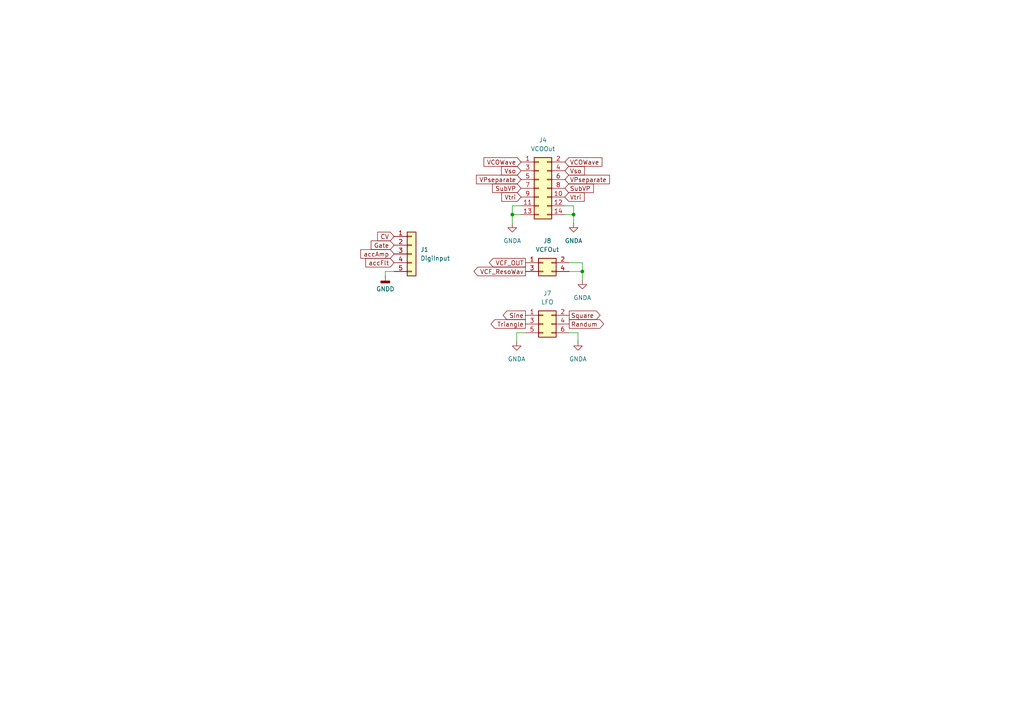
<source format=kicad_sch>
(kicad_sch (version 20250114) (generator "eeschema") (generator_version "9.0")
  (paper "A4")
  (lib_symbols
    (symbol "Connector_Generic:Conn_01x05" (pin_names (offset 1.016) (hide yes))
      (property "Reference" "J" (at 0 7.62 0))
      (property "Value" "Conn_01x05" (at 0 -7.62 0))
      (symbol "Conn_01x05_1_1"
        (rectangle (start -1.27 6.35) (end 1.27 -6.35) (stroke (width 0.254)) (fill (type background)))
        (rectangle (start -1.27 5.207) (end 0 4.953) (stroke (width 0.1524)))
        (rectangle (start -1.27 2.667) (end 0 2.413) (stroke (width 0.1524)))
        (rectangle (start -1.27 0.127) (end 0 -0.127) (stroke (width 0.1524)))
        (rectangle (start -1.27 -2.413) (end 0 -2.667) (stroke (width 0.1524)))
        (rectangle (start -1.27 -4.953) (end 0 -5.207) (stroke (width 0.1524)))
        (pin passive line (at -5.08 5.08 0) (length 3.81) (name "Pin_1") (number "1"))
        (pin passive line (at -5.08 2.54 0) (length 3.81) (name "Pin_2") (number "2"))
        (pin passive line (at -5.08 0 0) (length 3.81) (name "Pin_3") (number "3"))
        (pin passive line (at -5.08 -2.54 0) (length 3.81) (name "Pin_4") (number "4"))
        (pin passive line (at -5.08 -5.08 0) (length 3.81) (name "Pin_5") (number "5"))
      )
    )
    (symbol "Connector_Generic:Conn_02x02_Odd_Even" (pin_names (offset 1.016) (hide yes))
      (property "Reference" "J" (at 1.27 2.54 0))
      (property "Value" "Conn_02x02_Odd_Even" (at 1.27 -5.08 0))
      (symbol "Conn_02x02_Odd_Even_1_1"
        (rectangle (start -1.27 1.27) (end 3.81 -3.81) (stroke (width 0.254)) (fill (type background)))
        (rectangle (start -1.27 0.127) (end 0 -0.127) (stroke (width 0.1524)))
        (rectangle (start -1.27 -2.413) (end 0 -2.667) (stroke (width 0.1524)))
        (rectangle (start 3.81 0.127) (end 2.54 -0.127) (stroke (width 0.1524)))
        (rectangle (start 3.81 -2.413) (end 2.54 -2.667) (stroke (width 0.1524)))
        (pin passive line (at -5.08 0 0) (length 3.81) (name "Pin_1") (number "1"))
        (pin passive line (at -5.08 -2.54 0) (length 3.81) (name "Pin_3") (number "3"))
        (pin passive line (at 7.62 0 180) (length 3.81) (name "Pin_2") (number "2"))
        (pin passive line (at 7.62 -2.54 180) (length 3.81) (name "Pin_4") (number "4"))
      )
    )
    (symbol "Connector_Generic:Conn_02x03_Odd_Even" (pin_names (offset 1.016) (hide yes))
      (property "Reference" "J" (at 1.27 5.08 0))
      (property "Value" "Conn_02x03_Odd_Even" (at 1.27 -5.08 0))
      (symbol "Conn_02x03_Odd_Even_1_1"
        (rectangle (start -1.27 3.81) (end 3.81 -3.81) (stroke (width 0.254)) (fill (type background)))
        (rectangle (start -1.27 2.667) (end 0 2.413) (stroke (width 0.1524)))
        (rectangle (start -1.27 0.127) (end 0 -0.127) (stroke (width 0.1524)))
        (rectangle (start -1.27 -2.413) (end 0 -2.667) (stroke (width 0.1524)))
        (rectangle (start 3.81 2.667) (end 2.54 2.413) (stroke (width 0.1524)))
        (rectangle (start 3.81 0.127) (end 2.54 -0.127) (stroke (width 0.1524)))
        (rectangle (start 3.81 -2.413) (end 2.54 -2.667) (stroke (width 0.1524)))
        (pin passive line (at -5.08 2.54 0) (length 3.81) (name "Pin_1") (number "1"))
        (pin passive line (at -5.08 0 0) (length 3.81) (name "Pin_3") (number "3"))
        (pin passive line (at -5.08 -2.54 0) (length 3.81) (name "Pin_5") (number "5"))
        (pin passive line (at 7.62 2.54 180) (length 3.81) (name "Pin_2") (number "2"))
        (pin passive line (at 7.62 0 180) (length 3.81) (name "Pin_4") (number "4"))
        (pin passive line (at 7.62 -2.54 180) (length 3.81) (name "Pin_6") (number "6"))
      )
    )
    (symbol "Connector_Generic:Conn_02x07_Odd_Even" (pin_names (offset 1.016) (hide yes))
      (property "Reference" "J" (at 1.27 10.16 0))
      (property "Value" "Conn_02x07_Odd_Even" (at 1.27 -10.16 0))
      (symbol "Conn_02x07_Odd_Even_1_1"
        (rectangle (start -1.27 8.89) (end 3.81 -8.89) (stroke (width 0.254)) (fill (type background)))
        (rectangle (start -1.27 7.747) (end 0 7.493) (stroke (width 0.1524)))
        (rectangle (start -1.27 5.207) (end 0 4.953) (stroke (width 0.1524)))
        (rectangle (start -1.27 2.667) (end 0 2.413) (stroke (width 0.1524)))
        (rectangle (start -1.27 0.127) (end 0 -0.127) (stroke (width 0.1524)))
        (rectangle (start -1.27 -2.413) (end 0 -2.667) (stroke (width 0.1524)))
        (rectangle (start -1.27 -4.953) (end 0 -5.207) (stroke (width 0.1524)))
        (rectangle (start -1.27 -7.493) (end 0 -7.747) (stroke (width 0.1524)))
        (rectangle (start 3.81 7.747) (end 2.54 7.493) (stroke (width 0.1524)))
        (rectangle (start 3.81 5.207) (end 2.54 4.953) (stroke (width 0.1524)))
        (rectangle (start 3.81 2.667) (end 2.54 2.413) (stroke (width 0.1524)))
        (rectangle (start 3.81 0.127) (end 2.54 -0.127) (stroke (width 0.1524)))
        (rectangle (start 3.81 -2.413) (end 2.54 -2.667) (stroke (width 0.1524)))
        (rectangle (start 3.81 -4.953) (end 2.54 -5.207) (stroke (width 0.1524)))
        (rectangle (start 3.81 -7.493) (end 2.54 -7.747) (stroke (width 0.1524)))
        (pin passive line (at -5.08 7.62 0) (length 3.81) (name "Pin_1") (number "1"))
        (pin passive line (at -5.08 5.08 0) (length 3.81) (name "Pin_3") (number "3"))
        (pin passive line (at -5.08 2.54 0) (length 3.81) (name "Pin_5") (number "5"))
        (pin passive line (at -5.08 0 0) (length 3.81) (name "Pin_7") (number "7"))
        (pin passive line (at -5.08 -2.54 0) (length 3.81) (name "Pin_9") (number "9"))
        (pin passive line (at -5.08 -5.08 0) (length 3.81) (name "Pin_11") (number "11"))
        (pin passive line (at -5.08 -7.62 0) (length 3.81) (name "Pin_13") (number "13"))
        (pin passive line (at 7.62 7.62 180) (length 3.81) (name "Pin_2") (number "2"))
        (pin passive line (at 7.62 5.08 180) (length 3.81) (name "Pin_4") (number "4"))
        (pin passive line (at 7.62 2.54 180) (length 3.81) (name "Pin_6") (number "6"))
        (pin passive line (at 7.62 0 180) (length 3.81) (name "Pin_8") (number "8"))
        (pin passive line (at 7.62 -2.54 180) (length 3.81) (name "Pin_10") (number "10"))
        (pin passive line (at 7.62 -5.08 180) (length 3.81) (name "Pin_12") (number "12"))
        (pin passive line (at 7.62 -7.62 180) (length 3.81) (name "Pin_14") (number "14"))
      )
    )
    (symbol "power:GNDA" (power) (pin_numbers (hide yes)) (pin_names (offset 0) (hide yes))
      (property "Value" "GNDA" (at 0 -3.81 0))
      (symbol "GNDA_0_1"
        (polyline (pts (xy 0 0) (xy 0 -1.27) (xy 1.27 -1.27) (xy 0 -2.54) (xy -1.27 -1.27) (xy 0 -1.27)))
      )
      (symbol "GNDA_1_1"
        (pin power_in line (at 0 0 270) (length 0) (name "~") (number "1"))
      )
    )
    (symbol "power:GNDD" (power) (pin_numbers (hide yes)) (pin_names (offset 0) (hide yes))
      (property "Value" "GNDD" (at 0 -3.175 0))
      (symbol "GNDD_0_1"
        (rectangle (start -1.27 -1.524) (end 1.27 -2.032) (stroke (width 0.254)) (fill (type outline)))
        (polyline (pts (xy 0 0) (xy 0 -1.524)))
      )
      (symbol "GNDD_1_1"
        (pin power_in line (at 0 0 270) (length 0) (name "~") (number "1"))
      )
    )
  )
  (junction (at 148.59 62.23))
  (junction (at 168.91 78.74))
  (junction (at 166.37 62.23))
  (wire (pts (xy 151.13 62.23) (xy 148.59 62.23)))
  (wire (pts (xy 165.1 76.2) (xy 168.91 76.2)))
  (wire (pts (xy 167.64 96.52) (xy 167.64 99.06)))
  (wire (pts (xy 163.83 62.23) (xy 166.37 62.23)))
  (wire (pts (xy 168.91 78.74) (xy 168.91 81.28)))
  (wire (pts (xy 148.59 62.23) (xy 148.59 64.77)))
  (wire (pts (xy 165.1 78.74) (xy 168.91 78.74)))
  (wire (pts (xy 165.1 96.52) (xy 167.64 96.52)))
  (wire (pts (xy 149.86 96.52) (xy 149.86 99.06)))
  (wire (pts (xy 151.13 59.69) (xy 148.59 59.69)))
  (wire (pts (xy 168.91 76.2) (xy 168.91 78.74)))
  (wire (pts (xy 152.4 96.52) (xy 149.86 96.52)))
  (wire (pts (xy 163.83 59.69) (xy 166.37 59.69)))
  (wire (pts (xy 166.37 59.69) (xy 166.37 62.23)))
  (wire (pts (xy 114.3 78.74) (xy 111.76 78.74)))
  (wire (pts (xy 166.37 62.23) (xy 166.37 64.77)))
  (wire (pts (xy 148.59 59.69) (xy 148.59 62.23)))
  (wire (pts (xy 111.76 78.74) (xy 111.76 80.01)))
  (global_label "VPseparate" (shape input) (at 151.13 52.07 180) (property "Intersheetrefs" "${INTERSHEET_REFS}" (effects (hide yes))))
  (global_label "Vtri" (shape input) (at 163.83 57.15 0) (property "Intersheetrefs" "${INTERSHEET_REFS}" (effects (hide yes))))
  (global_label "Randum" (shape output) (at 165.1 93.98 0) (property "Intersheetrefs" "${INTERSHEET_REFS}" (effects (hide yes))))
  (global_label "Vso" (shape input) (at 151.13 49.53 180) (property "Intersheetrefs" "${INTERSHEET_REFS}" (effects (hide yes))))
  (global_label "Gate" (shape input) (at 114.3 71.12 180) (property "Intersheetrefs" "${INTERSHEET_REFS}" (effects (hide yes))))
  (global_label "Sine" (shape output) (at 152.4 91.44 180) (property "Intersheetrefs" "${INTERSHEET_REFS}" (effects (hide yes))))
  (global_label "Vso" (shape input) (at 163.83 49.53 0) (property "Intersheetrefs" "${INTERSHEET_REFS}" (effects (hide yes))))
  (global_label "accAmp" (shape input) (at 114.3 73.66 180) (property "Intersheetrefs" "${INTERSHEET_REFS}" (effects (hide yes))))
  (global_label "VCF_ResoWav" (shape output) (at 152.4 78.74 180) (property "Intersheetrefs" "${INTERSHEET_REFS}" (effects (hide yes))))
  (global_label "Square" (shape output) (at 165.1 91.44 0) (property "Intersheetrefs" "${INTERSHEET_REFS}" (effects (hide yes))))
  (global_label "VCOWave" (shape input) (at 163.83 46.99 0) (property "Intersheetrefs" "${INTERSHEET_REFS}" (effects (hide yes))))
  (global_label "VCF_OUT" (shape output) (at 152.4 76.2 180) (property "Intersheetrefs" "${INTERSHEET_REFS}" (effects (hide yes))))
  (global_label "accFlt" (shape input) (at 114.3 76.2 180) (property "Intersheetrefs" "${INTERSHEET_REFS}" (effects (hide yes))))
  (global_label "SubVP" (shape input) (at 163.83 54.61 0) (property "Intersheetrefs" "${INTERSHEET_REFS}" (effects (hide yes))))
  (global_label "Triangle" (shape output) (at 152.4 93.98 180) (property "Intersheetrefs" "${INTERSHEET_REFS}" (effects (hide yes))))
  (global_label "Vtri" (shape input) (at 151.13 57.15 180) (property "Intersheetrefs" "${INTERSHEET_REFS}" (effects (hide yes))))
  (global_label "VCOWave" (shape input) (at 151.13 46.99 180) (property "Intersheetrefs" "${INTERSHEET_REFS}" (effects (hide yes))))
  (global_label "CV" (shape input) (at 114.3 68.58 180) (property "Intersheetrefs" "${INTERSHEET_REFS}" (effects (hide yes))))
  (global_label "SubVP" (shape input) (at 151.13 54.61 180) (property "Intersheetrefs" "${INTERSHEET_REFS}" (effects (hide yes))))
  (global_label "VPseparate" (shape input) (at 163.83 52.07 0) (property "Intersheetrefs" "${INTERSHEET_REFS}" (effects (hide yes))))
  (symbol (lib_id "Connector_Generic:Conn_01x05") (at 119.38 73.66 0) (unit 1)
    (property "Reference" "J1" (at 121.92 72.3899 0) (effects (justify left)))
    (property "Value" "DigiInput" (at 121.92 74.9299 0) (effects (justify left)))
    (property "Footprint" "Connector_PinSocket_2.54mm:PinSocket_1x05_P2.54mm_Vertical" (effects (hide yes)))
    (property "Description" "Generic connector, single row, 01x05, script generated (kicad-library-utils/schlib/autogen/connector/)" (effects (hide yes)))
  )
  (symbol (lib_id "Connector_Generic:Conn_02x03_Odd_Even") (at 157.48 93.98 0) (unit 1)
    (property "Reference" "J7" (at 158.75 85.09 0))
    (property "Value" "LFO" (at 158.75 87.63 0))
    (property "Footprint" "Connector_PinSocket_2.54mm:PinSocket_2x03_P2.54mm_Vertical" (effects (hide yes)))
    (property "Description" "Generic connector, double row, 02x03, odd/even pin numbering scheme (row 1 odd numbers, row 2 even numbers), script generated (kicad-library-utils/schlib/autogen/connector/)" (effects (hide yes)))
  )
  (symbol (lib_id "power:GNDA") (at 167.64 99.06 0) (unit 1)
    (property "Reference" "#PWR050" (effects (hide yes)))
    (property "Value" "GNDA" (at 167.64 104.14 0))
    (property "Description" "Power symbol creates a global label with name \"GNDA\" , analog ground" (effects (hide yes)))
  )
  (symbol (lib_id "Connector_Generic:Conn_02x07_Odd_Even") (at 156.21 54.61 0) (unit 1)
    (property "Reference" "J4" (at 157.48 40.64 0))
    (property "Value" "VCOOut" (at 157.48 43.18 0))
    (property "Footprint" "Connector_PinSocket_2.54mm:PinSocket_2x07_P2.54mm_Vertical" (effects (hide yes)))
    (property "Description" "Generic connector, double row, 02x07, odd/even pin numbering scheme (row 1 odd numbers, row 2 even numbers), script generated (kicad-library-utils/schlib/autogen/connector/)" (effects (hide yes)))
  )
  (symbol (lib_id "power:GNDD") (at 111.76 80.01 0) (unit 1)
    (property "Reference" "#PWR085" (effects (hide yes)))
    (property "Value" "GNDD" (at 111.76 83.82 0))
    (property "Description" "Power symbol creates a global label with name \"GNDD\" , digital ground" (effects (hide yes)))
  )
  (symbol (lib_id "power:GNDA") (at 148.59 64.77 0) (unit 1)
    (property "Reference" "#PWR0139" (effects (hide yes)))
    (property "Value" "GNDA" (at 148.59 69.85 0))
    (property "Description" "Power symbol creates a global label with name \"GNDA\" , analog ground" (effects (hide yes)))
  )
  (symbol (lib_id "power:GNDA") (at 168.91 81.28 0) (mirror y) (unit 1)
    (property "Reference" "#PWR0112" (effects (hide yes)))
    (property "Value" "GNDA" (at 168.91 86.36 0))
    (property "Description" "Power symbol creates a global label with name \"GNDA\" , analog ground" (effects (hide yes)))
  )
  (symbol (lib_id "power:GNDA") (at 166.37 64.77 0) (unit 1)
    (property "Reference" "#PWR0198" (effects (hide yes)))
    (property "Value" "GNDA" (at 166.37 69.85 0))
    (property "Description" "Power symbol creates a global label with name \"GNDA\" , analog ground" (effects (hide yes)))
  )
  (symbol (lib_id "Connector_Generic:Conn_02x02_Odd_Even") (at 157.48 76.2 0) (unit 1)
    (property "Reference" "J8" (at 158.75 69.85 0))
    (property "Value" "VCFOut" (at 158.75 72.39 0))
    (property "Footprint" "Connector_PinSocket_2.54mm:PinSocket_2x02_P2.54mm_Vertical" (effects (hide yes)))
    (property "Description" "Generic connector, double row, 02x02, odd/even pin numbering scheme (row 1 odd numbers, row 2 even numbers), script generated (kicad-library-utils/schlib/autogen/connector/)" (effects (hide yes)))
  )
  (symbol (lib_id "power:GNDA") (at 149.86 99.06 0) (unit 1)
    (property "Reference" "#PWR023" (effects (hide yes)))
    (property "Value" "GNDA" (at 149.86 104.14 0))
    (property "Description" "Power symbol creates a global label with name \"GNDA\" , analog ground" (effects (hide yes)))
  )
)
</source>
